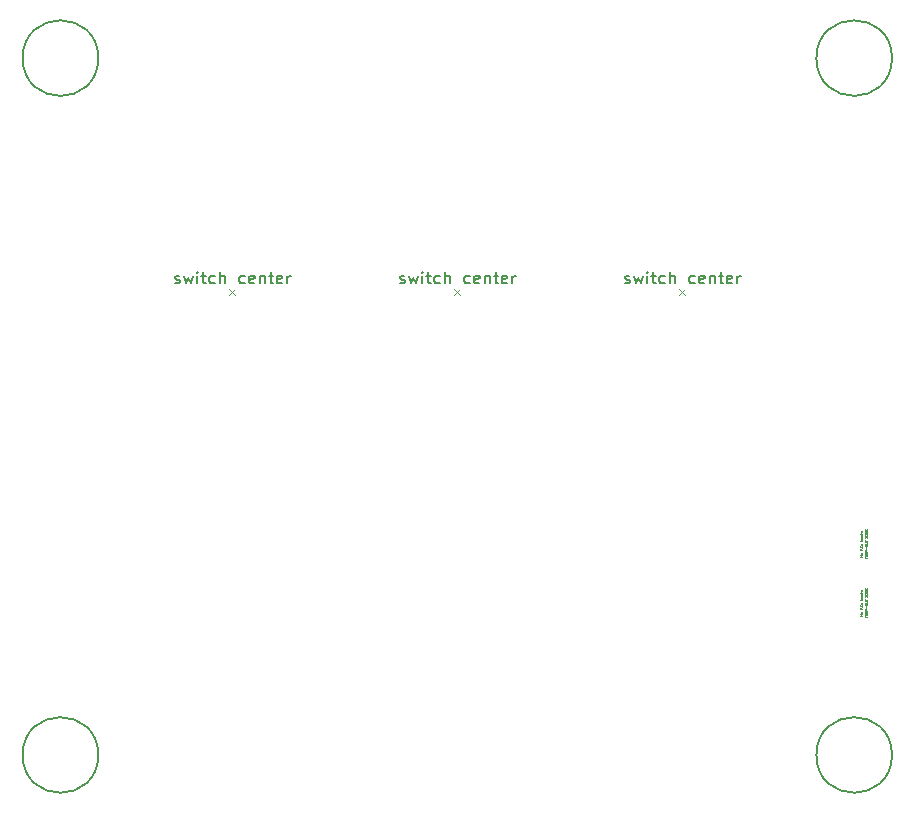
<source format=gbr>
%TF.GenerationSoftware,KiCad,Pcbnew,(6.0.9)*%
%TF.CreationDate,2022-12-06T02:01:01+08:00*%
%TF.ProjectId,sharkpad rev2,73686172-6b70-4616-9420-726576322e6b,rev?*%
%TF.SameCoordinates,Original*%
%TF.FileFunction,Other,Comment*%
%FSLAX46Y46*%
G04 Gerber Fmt 4.6, Leading zero omitted, Abs format (unit mm)*
G04 Created by KiCad (PCBNEW (6.0.9)) date 2022-12-06 02:01:01*
%MOMM*%
%LPD*%
G01*
G04 APERTURE LIST*
%ADD10C,0.030000*%
%ADD11C,0.150000*%
%ADD12C,0.120000*%
G04 APERTURE END LIST*
D10*
%TO.C,JP1*%
X148790476Y-110739285D02*
X148590476Y-110739285D01*
X148790476Y-110625000D02*
X148676190Y-110710714D01*
X148590476Y-110625000D02*
X148704761Y-110739285D01*
X148685714Y-110539285D02*
X148685714Y-110472619D01*
X148790476Y-110444047D02*
X148790476Y-110539285D01*
X148590476Y-110539285D01*
X148590476Y-110444047D01*
X148685714Y-110358333D02*
X148685714Y-110291666D01*
X148790476Y-110263095D02*
X148790476Y-110358333D01*
X148590476Y-110358333D01*
X148590476Y-110263095D01*
X148790476Y-110177380D02*
X148590476Y-110177380D01*
X148590476Y-110101190D01*
X148600000Y-110082142D01*
X148609523Y-110072619D01*
X148628571Y-110063095D01*
X148657142Y-110063095D01*
X148676190Y-110072619D01*
X148685714Y-110082142D01*
X148695238Y-110101190D01*
X148695238Y-110177380D01*
X148714285Y-109977380D02*
X148714285Y-109825000D01*
X148590476Y-109691666D02*
X148590476Y-109653571D01*
X148600000Y-109634523D01*
X148619047Y-109615476D01*
X148657142Y-109605952D01*
X148723809Y-109605952D01*
X148761904Y-109615476D01*
X148780952Y-109634523D01*
X148790476Y-109653571D01*
X148790476Y-109691666D01*
X148780952Y-109710714D01*
X148761904Y-109729761D01*
X148723809Y-109739285D01*
X148657142Y-109739285D01*
X148619047Y-109729761D01*
X148600000Y-109710714D01*
X148590476Y-109691666D01*
X148590476Y-109520238D02*
X148752380Y-109520238D01*
X148771428Y-109510714D01*
X148780952Y-109501190D01*
X148790476Y-109482142D01*
X148790476Y-109444047D01*
X148780952Y-109425000D01*
X148771428Y-109415476D01*
X148752380Y-109405952D01*
X148590476Y-109405952D01*
X148590476Y-109339285D02*
X148590476Y-109225000D01*
X148790476Y-109282142D02*
X148590476Y-109282142D01*
X148590476Y-109025000D02*
X148590476Y-108891666D01*
X148790476Y-109025000D01*
X148790476Y-108891666D01*
X148590476Y-108777380D02*
X148590476Y-108739285D01*
X148600000Y-108720238D01*
X148619047Y-108701190D01*
X148657142Y-108691666D01*
X148723809Y-108691666D01*
X148761904Y-108701190D01*
X148780952Y-108720238D01*
X148790476Y-108739285D01*
X148790476Y-108777380D01*
X148780952Y-108796428D01*
X148761904Y-108815476D01*
X148723809Y-108825000D01*
X148657142Y-108825000D01*
X148619047Y-108815476D01*
X148600000Y-108796428D01*
X148590476Y-108777380D01*
X148790476Y-108605952D02*
X148590476Y-108605952D01*
X148790476Y-108491666D01*
X148590476Y-108491666D01*
X148685714Y-108396428D02*
X148685714Y-108329761D01*
X148790476Y-108301190D02*
X148790476Y-108396428D01*
X148590476Y-108396428D01*
X148590476Y-108301190D01*
X148790476Y-115739285D02*
X148590476Y-115739285D01*
X148790476Y-115625000D02*
X148676190Y-115710714D01*
X148590476Y-115625000D02*
X148704761Y-115739285D01*
X148685714Y-115539285D02*
X148685714Y-115472619D01*
X148790476Y-115444047D02*
X148790476Y-115539285D01*
X148590476Y-115539285D01*
X148590476Y-115444047D01*
X148685714Y-115358333D02*
X148685714Y-115291666D01*
X148790476Y-115263095D02*
X148790476Y-115358333D01*
X148590476Y-115358333D01*
X148590476Y-115263095D01*
X148790476Y-115177380D02*
X148590476Y-115177380D01*
X148590476Y-115101190D01*
X148600000Y-115082142D01*
X148609523Y-115072619D01*
X148628571Y-115063095D01*
X148657142Y-115063095D01*
X148676190Y-115072619D01*
X148685714Y-115082142D01*
X148695238Y-115101190D01*
X148695238Y-115177380D01*
X148714285Y-114977380D02*
X148714285Y-114825000D01*
X148590476Y-114691666D02*
X148590476Y-114653571D01*
X148600000Y-114634523D01*
X148619047Y-114615476D01*
X148657142Y-114605952D01*
X148723809Y-114605952D01*
X148761904Y-114615476D01*
X148780952Y-114634523D01*
X148790476Y-114653571D01*
X148790476Y-114691666D01*
X148780952Y-114710714D01*
X148761904Y-114729761D01*
X148723809Y-114739285D01*
X148657142Y-114739285D01*
X148619047Y-114729761D01*
X148600000Y-114710714D01*
X148590476Y-114691666D01*
X148590476Y-114520238D02*
X148752380Y-114520238D01*
X148771428Y-114510714D01*
X148780952Y-114501190D01*
X148790476Y-114482142D01*
X148790476Y-114444047D01*
X148780952Y-114425000D01*
X148771428Y-114415476D01*
X148752380Y-114405952D01*
X148590476Y-114405952D01*
X148590476Y-114339285D02*
X148590476Y-114225000D01*
X148790476Y-114282142D02*
X148590476Y-114282142D01*
X148590476Y-114025000D02*
X148590476Y-113891666D01*
X148790476Y-114025000D01*
X148790476Y-113891666D01*
X148590476Y-113777380D02*
X148590476Y-113739285D01*
X148600000Y-113720238D01*
X148619047Y-113701190D01*
X148657142Y-113691666D01*
X148723809Y-113691666D01*
X148761904Y-113701190D01*
X148780952Y-113720238D01*
X148790476Y-113739285D01*
X148790476Y-113777380D01*
X148780952Y-113796428D01*
X148761904Y-113815476D01*
X148723809Y-113825000D01*
X148657142Y-113825000D01*
X148619047Y-113815476D01*
X148600000Y-113796428D01*
X148590476Y-113777380D01*
X148790476Y-113605952D02*
X148590476Y-113605952D01*
X148790476Y-113491666D01*
X148590476Y-113491666D01*
X148685714Y-113396428D02*
X148685714Y-113329761D01*
X148790476Y-113301190D02*
X148790476Y-113396428D01*
X148590476Y-113396428D01*
X148590476Y-113301190D01*
X148390476Y-115605952D02*
X148190476Y-115605952D01*
X148390476Y-115491666D01*
X148190476Y-115491666D01*
X148390476Y-115367857D02*
X148380952Y-115386904D01*
X148371428Y-115396428D01*
X148352380Y-115405952D01*
X148295238Y-115405952D01*
X148276190Y-115396428D01*
X148266666Y-115386904D01*
X148257142Y-115367857D01*
X148257142Y-115339285D01*
X148266666Y-115320238D01*
X148276190Y-115310714D01*
X148295238Y-115301190D01*
X148352380Y-115301190D01*
X148371428Y-115310714D01*
X148380952Y-115320238D01*
X148390476Y-115339285D01*
X148390476Y-115367857D01*
X148285714Y-114996428D02*
X148285714Y-115063095D01*
X148390476Y-115063095D02*
X148190476Y-115063095D01*
X148190476Y-114967857D01*
X148371428Y-114891666D02*
X148380952Y-114882142D01*
X148390476Y-114891666D01*
X148380952Y-114901190D01*
X148371428Y-114891666D01*
X148390476Y-114891666D01*
X148371428Y-114682142D02*
X148380952Y-114691666D01*
X148390476Y-114720238D01*
X148390476Y-114739285D01*
X148380952Y-114767857D01*
X148361904Y-114786904D01*
X148342857Y-114796428D01*
X148304761Y-114805952D01*
X148276190Y-114805952D01*
X148238095Y-114796428D01*
X148219047Y-114786904D01*
X148200000Y-114767857D01*
X148190476Y-114739285D01*
X148190476Y-114720238D01*
X148200000Y-114691666D01*
X148209523Y-114682142D01*
X148257142Y-114510714D02*
X148390476Y-114510714D01*
X148257142Y-114596428D02*
X148361904Y-114596428D01*
X148380952Y-114586904D01*
X148390476Y-114567857D01*
X148390476Y-114539285D01*
X148380952Y-114520238D01*
X148371428Y-114510714D01*
X148257142Y-114291666D02*
X148257142Y-114215476D01*
X148190476Y-114263095D02*
X148361904Y-114263095D01*
X148380952Y-114253571D01*
X148390476Y-114234523D01*
X148390476Y-114215476D01*
X148390476Y-114148809D02*
X148257142Y-114148809D01*
X148295238Y-114148809D02*
X148276190Y-114139285D01*
X148266666Y-114129761D01*
X148257142Y-114110714D01*
X148257142Y-114091666D01*
X148390476Y-113939285D02*
X148285714Y-113939285D01*
X148266666Y-113948809D01*
X148257142Y-113967857D01*
X148257142Y-114005952D01*
X148266666Y-114025000D01*
X148380952Y-113939285D02*
X148390476Y-113958333D01*
X148390476Y-114005952D01*
X148380952Y-114025000D01*
X148361904Y-114034523D01*
X148342857Y-114034523D01*
X148323809Y-114025000D01*
X148314285Y-114005952D01*
X148314285Y-113958333D01*
X148304761Y-113939285D01*
X148380952Y-113758333D02*
X148390476Y-113777380D01*
X148390476Y-113815476D01*
X148380952Y-113834523D01*
X148371428Y-113844047D01*
X148352380Y-113853571D01*
X148295238Y-113853571D01*
X148276190Y-113844047D01*
X148266666Y-113834523D01*
X148257142Y-113815476D01*
X148257142Y-113777380D01*
X148266666Y-113758333D01*
X148390476Y-113672619D02*
X148190476Y-113672619D01*
X148314285Y-113653571D02*
X148390476Y-113596428D01*
X148257142Y-113596428D02*
X148333333Y-113672619D01*
X148380952Y-113520238D02*
X148390476Y-113501190D01*
X148390476Y-113463095D01*
X148380952Y-113444047D01*
X148361904Y-113434523D01*
X148352380Y-113434523D01*
X148333333Y-113444047D01*
X148323809Y-113463095D01*
X148323809Y-113491666D01*
X148314285Y-113510714D01*
X148295238Y-113520238D01*
X148285714Y-113520238D01*
X148266666Y-113510714D01*
X148257142Y-113491666D01*
X148257142Y-113463095D01*
X148266666Y-113444047D01*
X148390476Y-110605952D02*
X148190476Y-110605952D01*
X148390476Y-110491666D01*
X148190476Y-110491666D01*
X148390476Y-110367857D02*
X148380952Y-110386904D01*
X148371428Y-110396428D01*
X148352380Y-110405952D01*
X148295238Y-110405952D01*
X148276190Y-110396428D01*
X148266666Y-110386904D01*
X148257142Y-110367857D01*
X148257142Y-110339285D01*
X148266666Y-110320238D01*
X148276190Y-110310714D01*
X148295238Y-110301190D01*
X148352380Y-110301190D01*
X148371428Y-110310714D01*
X148380952Y-110320238D01*
X148390476Y-110339285D01*
X148390476Y-110367857D01*
X148285714Y-109996428D02*
X148285714Y-110063095D01*
X148390476Y-110063095D02*
X148190476Y-110063095D01*
X148190476Y-109967857D01*
X148371428Y-109891666D02*
X148380952Y-109882142D01*
X148390476Y-109891666D01*
X148380952Y-109901190D01*
X148371428Y-109891666D01*
X148390476Y-109891666D01*
X148371428Y-109682142D02*
X148380952Y-109691666D01*
X148390476Y-109720238D01*
X148390476Y-109739285D01*
X148380952Y-109767857D01*
X148361904Y-109786904D01*
X148342857Y-109796428D01*
X148304761Y-109805952D01*
X148276190Y-109805952D01*
X148238095Y-109796428D01*
X148219047Y-109786904D01*
X148200000Y-109767857D01*
X148190476Y-109739285D01*
X148190476Y-109720238D01*
X148200000Y-109691666D01*
X148209523Y-109682142D01*
X148257142Y-109510714D02*
X148390476Y-109510714D01*
X148257142Y-109596428D02*
X148361904Y-109596428D01*
X148380952Y-109586904D01*
X148390476Y-109567857D01*
X148390476Y-109539285D01*
X148380952Y-109520238D01*
X148371428Y-109510714D01*
X148257142Y-109291666D02*
X148257142Y-109215476D01*
X148190476Y-109263095D02*
X148361904Y-109263095D01*
X148380952Y-109253571D01*
X148390476Y-109234523D01*
X148390476Y-109215476D01*
X148390476Y-109148809D02*
X148257142Y-109148809D01*
X148295238Y-109148809D02*
X148276190Y-109139285D01*
X148266666Y-109129761D01*
X148257142Y-109110714D01*
X148257142Y-109091666D01*
X148390476Y-108939285D02*
X148285714Y-108939285D01*
X148266666Y-108948809D01*
X148257142Y-108967857D01*
X148257142Y-109005952D01*
X148266666Y-109025000D01*
X148380952Y-108939285D02*
X148390476Y-108958333D01*
X148390476Y-109005952D01*
X148380952Y-109025000D01*
X148361904Y-109034523D01*
X148342857Y-109034523D01*
X148323809Y-109025000D01*
X148314285Y-109005952D01*
X148314285Y-108958333D01*
X148304761Y-108939285D01*
X148380952Y-108758333D02*
X148390476Y-108777380D01*
X148390476Y-108815476D01*
X148380952Y-108834523D01*
X148371428Y-108844047D01*
X148352380Y-108853571D01*
X148295238Y-108853571D01*
X148276190Y-108844047D01*
X148266666Y-108834523D01*
X148257142Y-108815476D01*
X148257142Y-108777380D01*
X148266666Y-108758333D01*
X148390476Y-108672619D02*
X148190476Y-108672619D01*
X148314285Y-108653571D02*
X148390476Y-108596428D01*
X148257142Y-108596428D02*
X148333333Y-108672619D01*
X148380952Y-108520238D02*
X148390476Y-108501190D01*
X148390476Y-108463095D01*
X148380952Y-108444047D01*
X148361904Y-108434523D01*
X148352380Y-108434523D01*
X148333333Y-108444047D01*
X148323809Y-108463095D01*
X148323809Y-108491666D01*
X148314285Y-108510714D01*
X148295238Y-108520238D01*
X148285714Y-108520238D01*
X148266666Y-108510714D01*
X148257142Y-108491666D01*
X148257142Y-108463095D01*
X148266666Y-108444047D01*
D11*
%TO.C,LED2*%
X109242857Y-87434761D02*
X109338095Y-87482380D01*
X109528571Y-87482380D01*
X109623809Y-87434761D01*
X109671428Y-87339523D01*
X109671428Y-87291904D01*
X109623809Y-87196666D01*
X109528571Y-87149047D01*
X109385714Y-87149047D01*
X109290476Y-87101428D01*
X109242857Y-87006190D01*
X109242857Y-86958571D01*
X109290476Y-86863333D01*
X109385714Y-86815714D01*
X109528571Y-86815714D01*
X109623809Y-86863333D01*
X110004761Y-86815714D02*
X110195238Y-87482380D01*
X110385714Y-87006190D01*
X110576190Y-87482380D01*
X110766666Y-86815714D01*
X111147619Y-87482380D02*
X111147619Y-86815714D01*
X111147619Y-86482380D02*
X111100000Y-86530000D01*
X111147619Y-86577619D01*
X111195238Y-86530000D01*
X111147619Y-86482380D01*
X111147619Y-86577619D01*
X111480952Y-86815714D02*
X111861904Y-86815714D01*
X111623809Y-86482380D02*
X111623809Y-87339523D01*
X111671428Y-87434761D01*
X111766666Y-87482380D01*
X111861904Y-87482380D01*
X112623809Y-87434761D02*
X112528571Y-87482380D01*
X112338095Y-87482380D01*
X112242857Y-87434761D01*
X112195238Y-87387142D01*
X112147619Y-87291904D01*
X112147619Y-87006190D01*
X112195238Y-86910952D01*
X112242857Y-86863333D01*
X112338095Y-86815714D01*
X112528571Y-86815714D01*
X112623809Y-86863333D01*
X113052380Y-87482380D02*
X113052380Y-86482380D01*
X113480952Y-87482380D02*
X113480952Y-86958571D01*
X113433333Y-86863333D01*
X113338095Y-86815714D01*
X113195238Y-86815714D01*
X113100000Y-86863333D01*
X113052380Y-86910952D01*
X115147619Y-87434761D02*
X115052380Y-87482380D01*
X114861904Y-87482380D01*
X114766666Y-87434761D01*
X114719047Y-87387142D01*
X114671428Y-87291904D01*
X114671428Y-87006190D01*
X114719047Y-86910952D01*
X114766666Y-86863333D01*
X114861904Y-86815714D01*
X115052380Y-86815714D01*
X115147619Y-86863333D01*
X115957142Y-87434761D02*
X115861904Y-87482380D01*
X115671428Y-87482380D01*
X115576190Y-87434761D01*
X115528571Y-87339523D01*
X115528571Y-86958571D01*
X115576190Y-86863333D01*
X115671428Y-86815714D01*
X115861904Y-86815714D01*
X115957142Y-86863333D01*
X116004761Y-86958571D01*
X116004761Y-87053809D01*
X115528571Y-87149047D01*
X116433333Y-86815714D02*
X116433333Y-87482380D01*
X116433333Y-86910952D02*
X116480952Y-86863333D01*
X116576190Y-86815714D01*
X116719047Y-86815714D01*
X116814285Y-86863333D01*
X116861904Y-86958571D01*
X116861904Y-87482380D01*
X117195238Y-86815714D02*
X117576190Y-86815714D01*
X117338095Y-86482380D02*
X117338095Y-87339523D01*
X117385714Y-87434761D01*
X117480952Y-87482380D01*
X117576190Y-87482380D01*
X118290476Y-87434761D02*
X118195238Y-87482380D01*
X118004761Y-87482380D01*
X117909523Y-87434761D01*
X117861904Y-87339523D01*
X117861904Y-86958571D01*
X117909523Y-86863333D01*
X118004761Y-86815714D01*
X118195238Y-86815714D01*
X118290476Y-86863333D01*
X118338095Y-86958571D01*
X118338095Y-87053809D01*
X117861904Y-87149047D01*
X118766666Y-87482380D02*
X118766666Y-86815714D01*
X118766666Y-87006190D02*
X118814285Y-86910952D01*
X118861904Y-86863333D01*
X118957142Y-86815714D01*
X119052380Y-86815714D01*
%TO.C,LED1*%
X128292857Y-87434761D02*
X128388095Y-87482380D01*
X128578571Y-87482380D01*
X128673809Y-87434761D01*
X128721428Y-87339523D01*
X128721428Y-87291904D01*
X128673809Y-87196666D01*
X128578571Y-87149047D01*
X128435714Y-87149047D01*
X128340476Y-87101428D01*
X128292857Y-87006190D01*
X128292857Y-86958571D01*
X128340476Y-86863333D01*
X128435714Y-86815714D01*
X128578571Y-86815714D01*
X128673809Y-86863333D01*
X129054761Y-86815714D02*
X129245238Y-87482380D01*
X129435714Y-87006190D01*
X129626190Y-87482380D01*
X129816666Y-86815714D01*
X130197619Y-87482380D02*
X130197619Y-86815714D01*
X130197619Y-86482380D02*
X130150000Y-86530000D01*
X130197619Y-86577619D01*
X130245238Y-86530000D01*
X130197619Y-86482380D01*
X130197619Y-86577619D01*
X130530952Y-86815714D02*
X130911904Y-86815714D01*
X130673809Y-86482380D02*
X130673809Y-87339523D01*
X130721428Y-87434761D01*
X130816666Y-87482380D01*
X130911904Y-87482380D01*
X131673809Y-87434761D02*
X131578571Y-87482380D01*
X131388095Y-87482380D01*
X131292857Y-87434761D01*
X131245238Y-87387142D01*
X131197619Y-87291904D01*
X131197619Y-87006190D01*
X131245238Y-86910952D01*
X131292857Y-86863333D01*
X131388095Y-86815714D01*
X131578571Y-86815714D01*
X131673809Y-86863333D01*
X132102380Y-87482380D02*
X132102380Y-86482380D01*
X132530952Y-87482380D02*
X132530952Y-86958571D01*
X132483333Y-86863333D01*
X132388095Y-86815714D01*
X132245238Y-86815714D01*
X132150000Y-86863333D01*
X132102380Y-86910952D01*
X134197619Y-87434761D02*
X134102380Y-87482380D01*
X133911904Y-87482380D01*
X133816666Y-87434761D01*
X133769047Y-87387142D01*
X133721428Y-87291904D01*
X133721428Y-87006190D01*
X133769047Y-86910952D01*
X133816666Y-86863333D01*
X133911904Y-86815714D01*
X134102380Y-86815714D01*
X134197619Y-86863333D01*
X135007142Y-87434761D02*
X134911904Y-87482380D01*
X134721428Y-87482380D01*
X134626190Y-87434761D01*
X134578571Y-87339523D01*
X134578571Y-86958571D01*
X134626190Y-86863333D01*
X134721428Y-86815714D01*
X134911904Y-86815714D01*
X135007142Y-86863333D01*
X135054761Y-86958571D01*
X135054761Y-87053809D01*
X134578571Y-87149047D01*
X135483333Y-86815714D02*
X135483333Y-87482380D01*
X135483333Y-86910952D02*
X135530952Y-86863333D01*
X135626190Y-86815714D01*
X135769047Y-86815714D01*
X135864285Y-86863333D01*
X135911904Y-86958571D01*
X135911904Y-87482380D01*
X136245238Y-86815714D02*
X136626190Y-86815714D01*
X136388095Y-86482380D02*
X136388095Y-87339523D01*
X136435714Y-87434761D01*
X136530952Y-87482380D01*
X136626190Y-87482380D01*
X137340476Y-87434761D02*
X137245238Y-87482380D01*
X137054761Y-87482380D01*
X136959523Y-87434761D01*
X136911904Y-87339523D01*
X136911904Y-86958571D01*
X136959523Y-86863333D01*
X137054761Y-86815714D01*
X137245238Y-86815714D01*
X137340476Y-86863333D01*
X137388095Y-86958571D01*
X137388095Y-87053809D01*
X136911904Y-87149047D01*
X137816666Y-87482380D02*
X137816666Y-86815714D01*
X137816666Y-87006190D02*
X137864285Y-86910952D01*
X137911904Y-86863333D01*
X138007142Y-86815714D01*
X138102380Y-86815714D01*
%TO.C,LED3*%
X90192857Y-87434761D02*
X90288095Y-87482380D01*
X90478571Y-87482380D01*
X90573809Y-87434761D01*
X90621428Y-87339523D01*
X90621428Y-87291904D01*
X90573809Y-87196666D01*
X90478571Y-87149047D01*
X90335714Y-87149047D01*
X90240476Y-87101428D01*
X90192857Y-87006190D01*
X90192857Y-86958571D01*
X90240476Y-86863333D01*
X90335714Y-86815714D01*
X90478571Y-86815714D01*
X90573809Y-86863333D01*
X90954761Y-86815714D02*
X91145238Y-87482380D01*
X91335714Y-87006190D01*
X91526190Y-87482380D01*
X91716666Y-86815714D01*
X92097619Y-87482380D02*
X92097619Y-86815714D01*
X92097619Y-86482380D02*
X92050000Y-86530000D01*
X92097619Y-86577619D01*
X92145238Y-86530000D01*
X92097619Y-86482380D01*
X92097619Y-86577619D01*
X92430952Y-86815714D02*
X92811904Y-86815714D01*
X92573809Y-86482380D02*
X92573809Y-87339523D01*
X92621428Y-87434761D01*
X92716666Y-87482380D01*
X92811904Y-87482380D01*
X93573809Y-87434761D02*
X93478571Y-87482380D01*
X93288095Y-87482380D01*
X93192857Y-87434761D01*
X93145238Y-87387142D01*
X93097619Y-87291904D01*
X93097619Y-87006190D01*
X93145238Y-86910952D01*
X93192857Y-86863333D01*
X93288095Y-86815714D01*
X93478571Y-86815714D01*
X93573809Y-86863333D01*
X94002380Y-87482380D02*
X94002380Y-86482380D01*
X94430952Y-87482380D02*
X94430952Y-86958571D01*
X94383333Y-86863333D01*
X94288095Y-86815714D01*
X94145238Y-86815714D01*
X94050000Y-86863333D01*
X94002380Y-86910952D01*
X96097619Y-87434761D02*
X96002380Y-87482380D01*
X95811904Y-87482380D01*
X95716666Y-87434761D01*
X95669047Y-87387142D01*
X95621428Y-87291904D01*
X95621428Y-87006190D01*
X95669047Y-86910952D01*
X95716666Y-86863333D01*
X95811904Y-86815714D01*
X96002380Y-86815714D01*
X96097619Y-86863333D01*
X96907142Y-87434761D02*
X96811904Y-87482380D01*
X96621428Y-87482380D01*
X96526190Y-87434761D01*
X96478571Y-87339523D01*
X96478571Y-86958571D01*
X96526190Y-86863333D01*
X96621428Y-86815714D01*
X96811904Y-86815714D01*
X96907142Y-86863333D01*
X96954761Y-86958571D01*
X96954761Y-87053809D01*
X96478571Y-87149047D01*
X97383333Y-86815714D02*
X97383333Y-87482380D01*
X97383333Y-86910952D02*
X97430952Y-86863333D01*
X97526190Y-86815714D01*
X97669047Y-86815714D01*
X97764285Y-86863333D01*
X97811904Y-86958571D01*
X97811904Y-87482380D01*
X98145238Y-86815714D02*
X98526190Y-86815714D01*
X98288095Y-86482380D02*
X98288095Y-87339523D01*
X98335714Y-87434761D01*
X98430952Y-87482380D01*
X98526190Y-87482380D01*
X99240476Y-87434761D02*
X99145238Y-87482380D01*
X98954761Y-87482380D01*
X98859523Y-87434761D01*
X98811904Y-87339523D01*
X98811904Y-86958571D01*
X98859523Y-86863333D01*
X98954761Y-86815714D01*
X99145238Y-86815714D01*
X99240476Y-86863333D01*
X99288095Y-86958571D01*
X99288095Y-87053809D01*
X98811904Y-87149047D01*
X99716666Y-87482380D02*
X99716666Y-86815714D01*
X99716666Y-87006190D02*
X99764285Y-86910952D01*
X99811904Y-86863333D01*
X99907142Y-86815714D01*
X100002380Y-86815714D01*
%TO.C,REF\u002A\u002A*%
X83700000Y-68400000D02*
G75*
G03*
X83700000Y-68400000I-3200000J0D01*
G01*
X150900000Y-68400000D02*
G75*
G03*
X150900000Y-68400000I-3200000J0D01*
G01*
X83700000Y-127400000D02*
G75*
G03*
X83700000Y-127400000I-3200000J0D01*
G01*
X150900000Y-127400000D02*
G75*
G03*
X150900000Y-127400000I-3200000J0D01*
G01*
D12*
%TO.C,LED2*%
X113850000Y-88450000D02*
X114100000Y-88200000D01*
X114100000Y-88200000D02*
X113850000Y-87950000D01*
X114350000Y-88450000D02*
X114100000Y-88200000D01*
X114100000Y-88200000D02*
X114350000Y-87950000D01*
%TO.C,LED1*%
X133400000Y-88450000D02*
X133150000Y-88200000D01*
X133150000Y-88200000D02*
X133400000Y-87950000D01*
X133150000Y-88200000D02*
X132900000Y-87950000D01*
X132900000Y-88450000D02*
X133150000Y-88200000D01*
%TO.C,LED3*%
X95050000Y-88200000D02*
X95300000Y-87950000D01*
X94800000Y-88450000D02*
X95050000Y-88200000D01*
X95300000Y-88450000D02*
X95050000Y-88200000D01*
X95050000Y-88200000D02*
X94800000Y-87950000D01*
%TD*%
M02*

</source>
